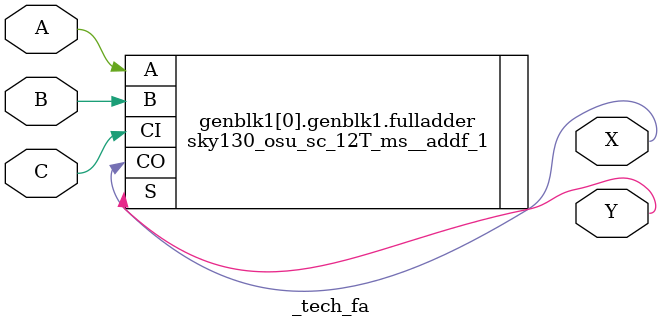
<source format=v>

(* techmap_celltype = "$fa" *)
module _tech_fa (A, B, C, X, Y);
  parameter WIDTH = 1;
  (* force_downto *)
    input [WIDTH-1 : 0] A, B, C;
  (* force_downto *)
    output [WIDTH-1 : 0] X, Y;
  
  parameter _TECHMAP_CONSTVAL_A_ = WIDTH'bx;
  parameter _TECHMAP_CONSTVAL_B_ = WIDTH'bx;
  parameter _TECHMAP_CONSTVAL_C_ = WIDTH'bx;
  
  genvar i;
  generate for (i = 0; i < WIDTH; i = i + 1) begin
      if (_TECHMAP_CONSTVAL_A_[i] === 1'b0 || _TECHMAP_CONSTVAL_B_[i] === 1'b0 || _TECHMAP_CONSTVAL_C_[i] === 1'b0) begin
        if (_TECHMAP_CONSTVAL_C_[i] === 1'b0) begin
          sky130_osu_sc_12T_ms__addh_1 halfadder_Cconst (
              .A(A[i]),
              .B(B[i]),
              .CO(X[i]), .S(Y[i])
            );
        end 
        else begin
          if (_TECHMAP_CONSTVAL_B_[i] === 1'b0) begin
            sky130_osu_sc_12T_ms__addh_1 halfadder_Bconst (
                .A(A[i]),
                .B(C[i]),
                .CO(X[i]), .S(Y[i])
              );
          end
          else begin
            sky130_osu_sc_12T_ms__addh_1 halfadder_Aconst (
                .A(B[i]),
                .B(C[i]),
                .CO(X[i]), .S(Y[i])
              );
          end
        end
      end
      else begin
        sky130_osu_sc_12T_ms__addf_1 fulladder (
            .A(A[i]), .B(B[i]), .CI(C[i]), .CO(X[i]), .S(Y[i])
          );
      end
    end endgenerate

endmodule

</source>
